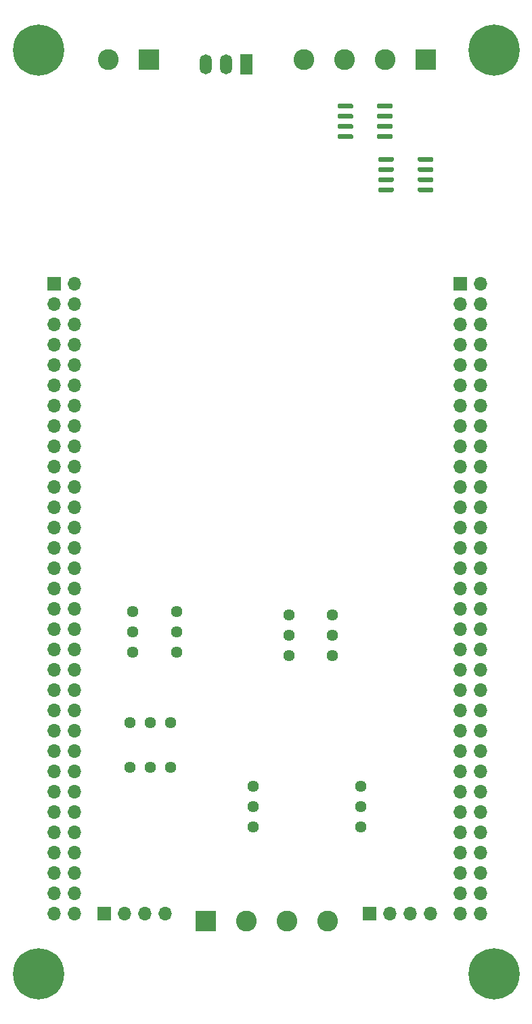
<source format=gbs>
G04 #@! TF.GenerationSoftware,KiCad,Pcbnew,5.1.10*
G04 #@! TF.CreationDate,2021-07-20T09:34:09+02:00*
G04 #@! TF.ProjectId,MEV_board,4d45565f-626f-4617-9264-2e6b69636164,rev?*
G04 #@! TF.SameCoordinates,Original*
G04 #@! TF.FileFunction,Soldermask,Bot*
G04 #@! TF.FilePolarity,Negative*
%FSLAX46Y46*%
G04 Gerber Fmt 4.6, Leading zero omitted, Abs format (unit mm)*
G04 Created by KiCad (PCBNEW 5.1.10) date 2021-07-20 09:34:09*
%MOMM*%
%LPD*%
G01*
G04 APERTURE LIST*
%ADD10C,6.400000*%
%ADD11C,3.600000*%
%ADD12O,1.700000X1.700000*%
%ADD13R,1.700000X1.700000*%
%ADD14C,2.600000*%
%ADD15R,2.600000X2.600000*%
%ADD16C,1.440000*%
%ADD17R,1.500000X2.500000*%
%ADD18O,1.500000X2.500000*%
G04 APERTURE END LIST*
D10*
X98000000Y-161500000D03*
D11*
X98000000Y-161500000D03*
D10*
X155000000Y-161500000D03*
D11*
X155000000Y-161500000D03*
D10*
X98000000Y-46000000D03*
D11*
X98000000Y-46000000D03*
D10*
X155000000Y-46000000D03*
D11*
X155000000Y-46000000D03*
D12*
X153340000Y-153960000D03*
X150800000Y-153960000D03*
X153340000Y-151420000D03*
X150800000Y-151420000D03*
X153340000Y-148880000D03*
X150800000Y-148880000D03*
X153340000Y-146340000D03*
X150800000Y-146340000D03*
X153340000Y-143800000D03*
X150800000Y-143800000D03*
X153340000Y-141260000D03*
X150800000Y-141260000D03*
X153340000Y-138720000D03*
X150800000Y-138720000D03*
X153340000Y-136180000D03*
X150800000Y-136180000D03*
X153340000Y-133640000D03*
X150800000Y-133640000D03*
X153340000Y-131100000D03*
X150800000Y-131100000D03*
X153340000Y-128560000D03*
X150800000Y-128560000D03*
X153340000Y-126020000D03*
X150800000Y-126020000D03*
X153340000Y-123480000D03*
X150800000Y-123480000D03*
X153340000Y-120940000D03*
X150800000Y-120940000D03*
X153340000Y-118400000D03*
X150800000Y-118400000D03*
X153340000Y-115860000D03*
X150800000Y-115860000D03*
X153340000Y-113320000D03*
X150800000Y-113320000D03*
X153340000Y-110780000D03*
X150800000Y-110780000D03*
X153340000Y-108240000D03*
X150800000Y-108240000D03*
X153340000Y-105700000D03*
X150800000Y-105700000D03*
X153340000Y-103160000D03*
X150800000Y-103160000D03*
X153340000Y-100620000D03*
X150800000Y-100620000D03*
X153340000Y-98080000D03*
X150800000Y-98080000D03*
X153340000Y-95540000D03*
X150800000Y-95540000D03*
X153340000Y-93000000D03*
X150800000Y-93000000D03*
X153340000Y-90460000D03*
X150800000Y-90460000D03*
X153340000Y-87920000D03*
X150800000Y-87920000D03*
X153340000Y-85380000D03*
X150800000Y-85380000D03*
X153340000Y-82840000D03*
X150800000Y-82840000D03*
X153340000Y-80300000D03*
X150800000Y-80300000D03*
X153340000Y-77760000D03*
X150800000Y-77760000D03*
X153340000Y-75220000D03*
D13*
X150800000Y-75220000D03*
D12*
X102530000Y-153960000D03*
X99990000Y-153960000D03*
X102530000Y-151420000D03*
X99990000Y-151420000D03*
X102530000Y-148880000D03*
X99990000Y-148880000D03*
X102530000Y-146340000D03*
X99990000Y-146340000D03*
X102530000Y-143800000D03*
X99990000Y-143800000D03*
X102530000Y-141260000D03*
X99990000Y-141260000D03*
X102530000Y-138720000D03*
X99990000Y-138720000D03*
X102530000Y-136180000D03*
X99990000Y-136180000D03*
X102530000Y-133640000D03*
X99990000Y-133640000D03*
X102530000Y-131100000D03*
X99990000Y-131100000D03*
X102530000Y-128560000D03*
X99990000Y-128560000D03*
X102530000Y-126020000D03*
X99990000Y-126020000D03*
X102530000Y-123480000D03*
X99990000Y-123480000D03*
X102530000Y-120940000D03*
X99990000Y-120940000D03*
X102530000Y-118400000D03*
X99990000Y-118400000D03*
X102530000Y-115860000D03*
X99990000Y-115860000D03*
X102530000Y-113320000D03*
X99990000Y-113320000D03*
X102530000Y-110780000D03*
X99990000Y-110780000D03*
X102530000Y-108240000D03*
X99990000Y-108240000D03*
X102530000Y-105700000D03*
X99990000Y-105700000D03*
X102530000Y-103160000D03*
X99990000Y-103160000D03*
X102530000Y-100620000D03*
X99990000Y-100620000D03*
X102530000Y-98080000D03*
X99990000Y-98080000D03*
X102530000Y-95540000D03*
X99990000Y-95540000D03*
X102530000Y-93000000D03*
X99990000Y-93000000D03*
X102530000Y-90460000D03*
X99990000Y-90460000D03*
X102530000Y-87920000D03*
X99990000Y-87920000D03*
X102530000Y-85380000D03*
X99990000Y-85380000D03*
X102530000Y-82840000D03*
X99990000Y-82840000D03*
X102530000Y-80300000D03*
X99990000Y-80300000D03*
X102530000Y-77760000D03*
X99990000Y-77760000D03*
X102530000Y-75220000D03*
D13*
X99990000Y-75220000D03*
D12*
X147066000Y-153987500D03*
X144526000Y-153987500D03*
X141986000Y-153987500D03*
D13*
X139446000Y-153987500D03*
D12*
X113842798Y-153974800D03*
X111302798Y-153974800D03*
X108762798Y-153974800D03*
D13*
X106222798Y-153974800D03*
D14*
X134188200Y-154838400D03*
X129108200Y-154838400D03*
X124028200Y-154838400D03*
D15*
X118948200Y-154838400D03*
X111823500Y-47200000D03*
D14*
X106743500Y-47200000D03*
D15*
X146500000Y-47200000D03*
D14*
X141420000Y-47200000D03*
X136340000Y-47200000D03*
X131260000Y-47200000D03*
G36*
G01*
X135431500Y-56957100D02*
X135431500Y-56657100D01*
G75*
G02*
X135581500Y-56507100I150000J0D01*
G01*
X137231500Y-56507100D01*
G75*
G02*
X137381500Y-56657100I0J-150000D01*
G01*
X137381500Y-56957100D01*
G75*
G02*
X137231500Y-57107100I-150000J0D01*
G01*
X135581500Y-57107100D01*
G75*
G02*
X135431500Y-56957100I0J150000D01*
G01*
G37*
G36*
G01*
X135431500Y-55687100D02*
X135431500Y-55387100D01*
G75*
G02*
X135581500Y-55237100I150000J0D01*
G01*
X137231500Y-55237100D01*
G75*
G02*
X137381500Y-55387100I0J-150000D01*
G01*
X137381500Y-55687100D01*
G75*
G02*
X137231500Y-55837100I-150000J0D01*
G01*
X135581500Y-55837100D01*
G75*
G02*
X135431500Y-55687100I0J150000D01*
G01*
G37*
G36*
G01*
X135431500Y-54417100D02*
X135431500Y-54117100D01*
G75*
G02*
X135581500Y-53967100I150000J0D01*
G01*
X137231500Y-53967100D01*
G75*
G02*
X137381500Y-54117100I0J-150000D01*
G01*
X137381500Y-54417100D01*
G75*
G02*
X137231500Y-54567100I-150000J0D01*
G01*
X135581500Y-54567100D01*
G75*
G02*
X135431500Y-54417100I0J150000D01*
G01*
G37*
G36*
G01*
X135431500Y-53147100D02*
X135431500Y-52847100D01*
G75*
G02*
X135581500Y-52697100I150000J0D01*
G01*
X137231500Y-52697100D01*
G75*
G02*
X137381500Y-52847100I0J-150000D01*
G01*
X137381500Y-53147100D01*
G75*
G02*
X137231500Y-53297100I-150000J0D01*
G01*
X135581500Y-53297100D01*
G75*
G02*
X135431500Y-53147100I0J150000D01*
G01*
G37*
G36*
G01*
X140381500Y-53147100D02*
X140381500Y-52847100D01*
G75*
G02*
X140531500Y-52697100I150000J0D01*
G01*
X142181500Y-52697100D01*
G75*
G02*
X142331500Y-52847100I0J-150000D01*
G01*
X142331500Y-53147100D01*
G75*
G02*
X142181500Y-53297100I-150000J0D01*
G01*
X140531500Y-53297100D01*
G75*
G02*
X140381500Y-53147100I0J150000D01*
G01*
G37*
G36*
G01*
X140381500Y-54417100D02*
X140381500Y-54117100D01*
G75*
G02*
X140531500Y-53967100I150000J0D01*
G01*
X142181500Y-53967100D01*
G75*
G02*
X142331500Y-54117100I0J-150000D01*
G01*
X142331500Y-54417100D01*
G75*
G02*
X142181500Y-54567100I-150000J0D01*
G01*
X140531500Y-54567100D01*
G75*
G02*
X140381500Y-54417100I0J150000D01*
G01*
G37*
G36*
G01*
X140381500Y-55687100D02*
X140381500Y-55387100D01*
G75*
G02*
X140531500Y-55237100I150000J0D01*
G01*
X142181500Y-55237100D01*
G75*
G02*
X142331500Y-55387100I0J-150000D01*
G01*
X142331500Y-55687100D01*
G75*
G02*
X142181500Y-55837100I-150000J0D01*
G01*
X140531500Y-55837100D01*
G75*
G02*
X140381500Y-55687100I0J150000D01*
G01*
G37*
G36*
G01*
X140381500Y-56957100D02*
X140381500Y-56657100D01*
G75*
G02*
X140531500Y-56507100I150000J0D01*
G01*
X142181500Y-56507100D01*
G75*
G02*
X142331500Y-56657100I0J-150000D01*
G01*
X142331500Y-56957100D01*
G75*
G02*
X142181500Y-57107100I-150000J0D01*
G01*
X140531500Y-57107100D01*
G75*
G02*
X140381500Y-56957100I0J150000D01*
G01*
G37*
G36*
G01*
X145461500Y-63611900D02*
X145461500Y-63311900D01*
G75*
G02*
X145611500Y-63161900I150000J0D01*
G01*
X147261500Y-63161900D01*
G75*
G02*
X147411500Y-63311900I0J-150000D01*
G01*
X147411500Y-63611900D01*
G75*
G02*
X147261500Y-63761900I-150000J0D01*
G01*
X145611500Y-63761900D01*
G75*
G02*
X145461500Y-63611900I0J150000D01*
G01*
G37*
G36*
G01*
X145461500Y-62341900D02*
X145461500Y-62041900D01*
G75*
G02*
X145611500Y-61891900I150000J0D01*
G01*
X147261500Y-61891900D01*
G75*
G02*
X147411500Y-62041900I0J-150000D01*
G01*
X147411500Y-62341900D01*
G75*
G02*
X147261500Y-62491900I-150000J0D01*
G01*
X145611500Y-62491900D01*
G75*
G02*
X145461500Y-62341900I0J150000D01*
G01*
G37*
G36*
G01*
X145461500Y-61071900D02*
X145461500Y-60771900D01*
G75*
G02*
X145611500Y-60621900I150000J0D01*
G01*
X147261500Y-60621900D01*
G75*
G02*
X147411500Y-60771900I0J-150000D01*
G01*
X147411500Y-61071900D01*
G75*
G02*
X147261500Y-61221900I-150000J0D01*
G01*
X145611500Y-61221900D01*
G75*
G02*
X145461500Y-61071900I0J150000D01*
G01*
G37*
G36*
G01*
X145461500Y-59801900D02*
X145461500Y-59501900D01*
G75*
G02*
X145611500Y-59351900I150000J0D01*
G01*
X147261500Y-59351900D01*
G75*
G02*
X147411500Y-59501900I0J-150000D01*
G01*
X147411500Y-59801900D01*
G75*
G02*
X147261500Y-59951900I-150000J0D01*
G01*
X145611500Y-59951900D01*
G75*
G02*
X145461500Y-59801900I0J150000D01*
G01*
G37*
G36*
G01*
X140511500Y-59801900D02*
X140511500Y-59501900D01*
G75*
G02*
X140661500Y-59351900I150000J0D01*
G01*
X142311500Y-59351900D01*
G75*
G02*
X142461500Y-59501900I0J-150000D01*
G01*
X142461500Y-59801900D01*
G75*
G02*
X142311500Y-59951900I-150000J0D01*
G01*
X140661500Y-59951900D01*
G75*
G02*
X140511500Y-59801900I0J150000D01*
G01*
G37*
G36*
G01*
X140511500Y-61071900D02*
X140511500Y-60771900D01*
G75*
G02*
X140661500Y-60621900I150000J0D01*
G01*
X142311500Y-60621900D01*
G75*
G02*
X142461500Y-60771900I0J-150000D01*
G01*
X142461500Y-61071900D01*
G75*
G02*
X142311500Y-61221900I-150000J0D01*
G01*
X140661500Y-61221900D01*
G75*
G02*
X140511500Y-61071900I0J150000D01*
G01*
G37*
G36*
G01*
X140511500Y-62341900D02*
X140511500Y-62041900D01*
G75*
G02*
X140661500Y-61891900I150000J0D01*
G01*
X142311500Y-61891900D01*
G75*
G02*
X142461500Y-62041900I0J-150000D01*
G01*
X142461500Y-62341900D01*
G75*
G02*
X142311500Y-62491900I-150000J0D01*
G01*
X140661500Y-62491900D01*
G75*
G02*
X140511500Y-62341900I0J150000D01*
G01*
G37*
G36*
G01*
X140511500Y-63611900D02*
X140511500Y-63311900D01*
G75*
G02*
X140661500Y-63161900I150000J0D01*
G01*
X142311500Y-63161900D01*
G75*
G02*
X142461500Y-63311900I0J-150000D01*
G01*
X142461500Y-63611900D01*
G75*
G02*
X142311500Y-63761900I-150000J0D01*
G01*
X140661500Y-63761900D01*
G75*
G02*
X140511500Y-63611900I0J150000D01*
G01*
G37*
D16*
X114560000Y-135620000D03*
X112020000Y-135620000D03*
X109480000Y-135620000D03*
X109480000Y-130030000D03*
X112020000Y-130030000D03*
X114560000Y-130030000D03*
X115316000Y-121285000D03*
X115316000Y-118745000D03*
X115316000Y-116205000D03*
X109791500Y-116205000D03*
X109791500Y-118745000D03*
X109791500Y-121285000D03*
X129336800Y-121716800D03*
X129336800Y-119176800D03*
X129336800Y-116636800D03*
X134823200Y-116636800D03*
X134823200Y-119176800D03*
X134823200Y-121716800D03*
X138360000Y-143150000D03*
X138360000Y-140610000D03*
X138360000Y-138070000D03*
X124870000Y-138070000D03*
X124870000Y-140610000D03*
X124870000Y-143150000D03*
D17*
X124000000Y-47800000D03*
D18*
X121460000Y-47800000D03*
X118920000Y-47800000D03*
M02*

</source>
